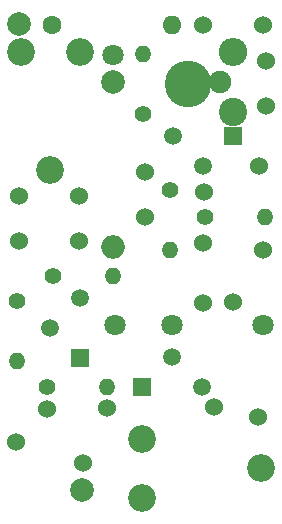
<source format=gtl>
%TF.GenerationSoftware,KiCad,Pcbnew,7.0.1-0*%
%TF.CreationDate,2023-07-16T16:48:42+03:00*%
%TF.ProjectId,HC2000-Modulator,48433230-3030-42d4-9d6f-64756c61746f,rev?*%
%TF.SameCoordinates,Original*%
%TF.FileFunction,Copper,L1,Top*%
%TF.FilePolarity,Positive*%
%FSLAX46Y46*%
G04 Gerber Fmt 4.6, Leading zero omitted, Abs format (unit mm)*
G04 Created by KiCad (PCBNEW 7.0.1-0) date 2023-07-16 16:48:42*
%MOMM*%
%LPD*%
G01*
G04 APERTURE LIST*
%TA.AperFunction,ComponentPad*%
%ADD10C,2.000000*%
%TD*%
%TA.AperFunction,ComponentPad*%
%ADD11O,2.000000X2.000000*%
%TD*%
%TA.AperFunction,ComponentPad*%
%ADD12C,1.600000*%
%TD*%
%TA.AperFunction,ComponentPad*%
%ADD13O,1.600000X1.600000*%
%TD*%
%TA.AperFunction,ComponentPad*%
%ADD14R,1.500000X1.500000*%
%TD*%
%TA.AperFunction,ComponentPad*%
%ADD15C,1.500000*%
%TD*%
%TA.AperFunction,ComponentPad*%
%ADD16C,1.400000*%
%TD*%
%TA.AperFunction,ComponentPad*%
%ADD17O,1.400000X1.400000*%
%TD*%
%TA.AperFunction,ComponentPad*%
%ADD18C,1.524000*%
%TD*%
%TA.AperFunction,ComponentPad*%
%ADD19C,1.800000*%
%TD*%
%TA.AperFunction,ComponentPad*%
%ADD20C,2.400000*%
%TD*%
%TA.AperFunction,ComponentPad*%
%ADD21O,2.400000X2.400000*%
%TD*%
%TA.AperFunction,ComponentPad*%
%ADD22C,2.340000*%
%TD*%
%TA.AperFunction,ViaPad*%
%ADD23C,1.905000*%
%TD*%
%TA.AperFunction,ViaPad*%
%ADD24C,3.945200*%
%TD*%
G04 APERTURE END LIST*
D10*
X271678000Y-165551000D03*
D11*
X271678000Y-179521000D03*
D12*
X266471000Y-160730000D03*
D13*
X276631000Y-160730000D03*
D14*
X268884000Y-188924000D03*
D15*
X266344000Y-186384000D03*
X268884000Y-183844000D03*
D16*
X266598000Y-181939000D03*
D17*
X271678000Y-181939000D03*
D16*
X276504000Y-174700000D03*
D17*
X276504000Y-179780000D03*
D16*
X274218000Y-168223000D03*
D17*
X274218000Y-163143000D03*
D18*
X279392956Y-174814900D03*
X283997000Y-172668000D03*
X279298000Y-184225000D03*
X279298000Y-179145000D03*
D16*
X266090000Y-191337000D03*
D17*
X271170000Y-191337000D03*
D18*
X284378000Y-160730000D03*
X279298000Y-160730000D03*
X284632000Y-167588000D03*
X284632000Y-163778000D03*
D19*
X284378000Y-186130000D03*
D14*
X281838000Y-170128000D03*
D15*
X279298000Y-172668000D03*
X276758000Y-170128000D03*
D19*
X276631000Y-186130000D03*
D18*
X274345000Y-176986000D03*
X274345000Y-173176000D03*
D20*
X281838000Y-168096000D03*
D21*
X281838000Y-163016000D03*
D10*
X263677000Y-160603000D03*
D19*
X271805000Y-186130000D03*
D18*
X281838000Y-184138705D03*
X284378000Y-179739295D03*
X268757000Y-175208000D03*
X268757000Y-179018000D03*
D14*
X274091000Y-191345000D03*
D15*
X276631000Y-188805000D03*
X279171000Y-191345000D03*
D18*
X263677000Y-175208000D03*
X263677000Y-179018000D03*
X269103778Y-197755810D03*
X271170000Y-193115000D03*
D19*
X271678000Y-163270000D03*
D18*
X266090000Y-193242000D03*
X263491586Y-196028458D03*
D16*
X279425000Y-176986000D03*
D17*
X284505000Y-176986000D03*
D10*
X269011000Y-200100000D03*
D16*
X263550000Y-184098000D03*
D17*
X263550000Y-189178000D03*
D22*
X263884000Y-163016000D03*
X266384000Y-173016000D03*
X268884000Y-163016000D03*
D18*
X280235825Y-193067468D03*
X283948175Y-193924532D03*
D22*
X274171000Y-200718000D03*
X284171000Y-198218000D03*
X274171000Y-195718000D03*
D23*
X280695000Y-165556000D03*
D24*
X278028000Y-165683000D03*
M02*

</source>
